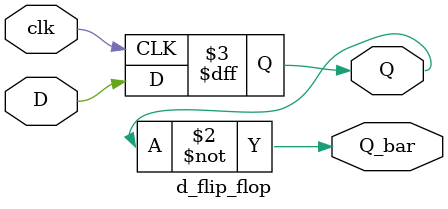
<source format=v>
`timescale 1ns / 1ps


module d_flip_flop(
    input D,
    input clk,
    output reg Q,
    output Q_bar
    );
    
    always @(posedge clk) begin
        Q <= D;
    end
    assign Q_bar = ~Q;
endmodule

</source>
